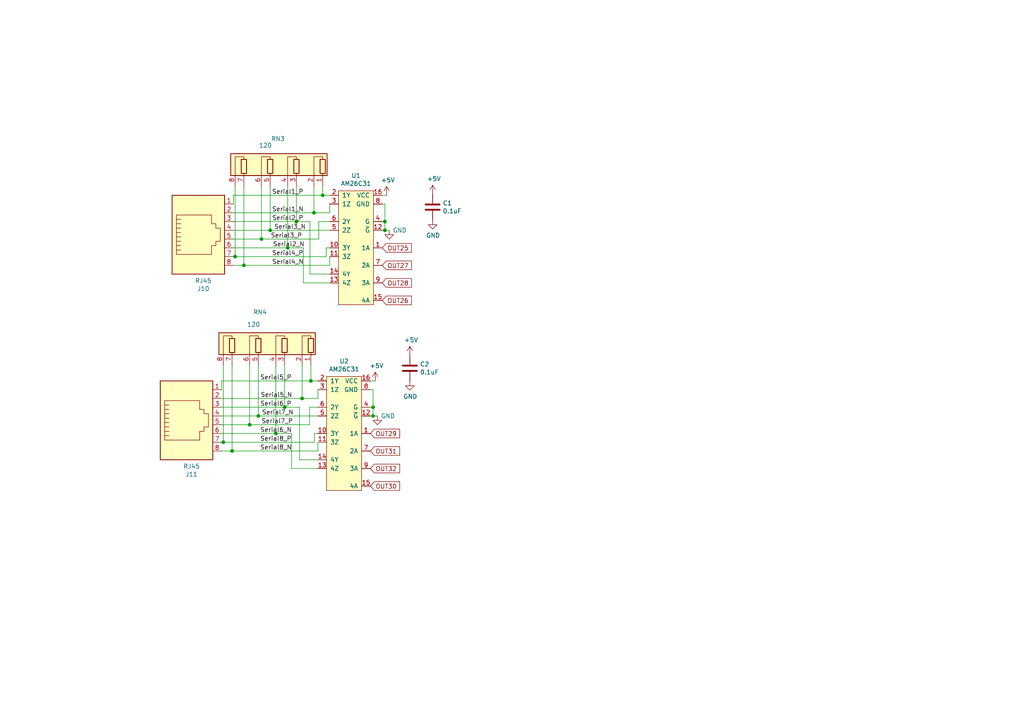
<source format=kicad_sch>
(kicad_sch (version 20211123) (generator eeschema)
  (paper "A4")
  (title_block (title "Multi Expansion") (date "2022-08-14") (rev "v3") (company "Scott Hanson"))
  (lib_symbols
    (symbol "Connector:RJ45" (pin_names (offset 1.016))
      (property "Reference" "J" (at -5.08 13.97 0))
      (property "Value" "RJ45" (at 2.54 13.97 0))
      (symbol "RJ45_0_1"
        (polyline (pts (xy -5.08 4.445) (xy -6.35 4.445)))
        (polyline (pts (xy -5.08 5.715) (xy -6.35 5.715)))
        (polyline (pts (xy -6.35 -3.175) (xy -5.08 -3.175) (xy -5.08 -3.175)))
        (polyline (pts (xy -6.35 -1.905) (xy -5.08 -1.905) (xy -5.08 -1.905)))
        (polyline (pts (xy -6.35 -0.635) (xy -5.08 -0.635) (xy -5.08 -0.635)))
        (polyline (pts (xy -6.35 0.635) (xy -5.08 0.635) (xy -5.08 0.635)))
        (polyline (pts (xy -6.35 1.905) (xy -5.08 1.905) (xy -5.08 1.905)))
        (polyline (pts (xy -5.08 3.175) (xy -6.35 3.175) (xy -6.35 3.175)))
        (polyline (pts (xy -6.35 -4.445) (xy -6.35 6.985) (xy 3.81 6.985) (xy 3.81 4.445) (xy 5.08 4.445) (xy 5.08 3.175) (xy 6.35 3.175) (xy 6.35 -0.635) (xy 5.08 -0.635) (xy 5.08 -1.905) (xy 3.81 -1.905) (xy 3.81 -4.445) (xy -6.35 -4.445) (xy -6.35 -4.445)))
        (rectangle (start 7.62 12.7) (end -7.62 -10.16) (stroke (width 0.254)) (fill (type background)))
      )
      (symbol "RJ45_1_1"
        (pin passive line (at 10.16 -7.62 180) (length 2.54) (name "~") (number "1"))
        (pin passive line (at 10.16 -5.08 180) (length 2.54) (name "~") (number "2"))
        (pin passive line (at 10.16 -2.54 180) (length 2.54) (name "~") (number "3"))
        (pin passive line (at 10.16 0 180) (length 2.54) (name "~") (number "4"))
        (pin passive line (at 10.16 2.54 180) (length 2.54) (name "~") (number "5"))
        (pin passive line (at 10.16 5.08 180) (length 2.54) (name "~") (number "6"))
        (pin passive line (at 10.16 7.62 180) (length 2.54) (name "~") (number "7"))
        (pin passive line (at 10.16 10.16 180) (length 2.54) (name "~") (number "8"))
      )
    )
    (symbol "Device:C" (pin_numbers hide) (pin_names (offset 0.254))
      (property "Reference" "C" (at 0.635 2.54 0))
      (property "Value" "C" (at 0.635 -2.54 0))
      (symbol "C_0_1"
        (polyline (pts (xy -2.032 -0.762) (xy 2.032 -0.762)) (stroke (width 0.508)))
        (polyline (pts (xy -2.032 0.762) (xy 2.032 0.762)) (stroke (width 0.508)))
      )
      (symbol "C_1_1"
        (pin passive line (at 0 3.81 270) (length 2.794) (name "~") (number "1"))
        (pin passive line (at 0 -3.81 90) (length 2.794) (name "~") (number "2"))
      )
    )
    (symbol "Device:R_Pack04_SIP" (pin_names (offset 0) hide)
      (property "Reference" "RN" (at -15.24 0 90))
      (property "Value" "R_Pack04_SIP" (at 15.24 0 90))
      (symbol "R_Pack04_SIP_0_1"
        (rectangle (start -13.97 -1.905) (end 13.97 4.445) (stroke (width 0.254)) (fill (type background)))
        (rectangle (start -13.462 2.794) (end -11.938 -1.27) (stroke (width 0.254)))
        (rectangle (start -5.842 2.794) (end -4.318 -1.27) (stroke (width 0.254)))
        (polyline (pts (xy -12.7 2.794) (xy -12.7 3.556) (xy -10.16 3.556) (xy -10.16 -1.27)))
        (polyline (pts (xy -5.08 2.794) (xy -5.08 3.556) (xy -2.54 3.556) (xy -2.54 -1.27)))
        (polyline (pts (xy 2.54 2.794) (xy 2.54 3.556) (xy 5.08 3.556) (xy 5.08 -1.27)))
        (polyline (pts (xy 10.16 2.794) (xy 10.16 3.556) (xy 12.7 3.556) (xy 12.7 -1.27)))
        (rectangle (start 1.778 2.794) (end 3.302 -1.27) (stroke (width 0.254)))
        (rectangle (start 9.398 2.794) (end 10.922 -1.27) (stroke (width 0.254)))
      )
      (symbol "R_Pack04_SIP_1_1"
        (pin passive line (at -12.7 -5.08 90) (length 3.81) (name "R1.1") (number "1"))
        (pin passive line (at -10.16 -5.08 90) (length 3.81) (name "R1.2") (number "2"))
        (pin passive line (at -5.08 -5.08 90) (length 3.81) (name "R2.1") (number "3"))
        (pin passive line (at -2.54 -5.08 90) (length 3.81) (name "R2.2") (number "4"))
        (pin passive line (at 2.54 -5.08 90) (length 3.81) (name "R3.1") (number "5"))
        (pin passive line (at 5.08 -5.08 90) (length 3.81) (name "R3.2") (number "6"))
        (pin passive line (at 10.16 -5.08 90) (length 3.81) (name "R4.1") (number "7"))
        (pin passive line (at 12.7 -5.08 90) (length 3.81) (name "R4.2") (number "8"))
      )
    )
    (symbol "Multi_Expansion-rescue:AM26C31-AM26C31" (pin_names (offset 1.016))
      (property "Reference" "IC" (at -5.08 17.78 0))
      (property "Value" "AM26C31-AM26C31" (at -5.08 -17.78 0))
      (symbol "AM26C31-AM26C31_0_0"
        (pin input line (at -7.62 0 0) (length 2.54) (name "1A") (number "1"))
        (pin output line (at 7.62 0 180) (length 2.54) (name "3Y") (number "10"))
        (pin output line (at 7.62 -2.54 180) (length 2.54) (name "3Z") (number "11"))
        (pin input line (at -7.62 5.08 0) (length 2.54) (name "~{G}") (number "12"))
        (pin output line (at 7.62 -10.16 180) (length 2.54) (name "4Z") (number "13"))
        (pin output line (at 7.62 -7.62 180) (length 2.54) (name "4Y") (number "14"))
        (pin input line (at -7.62 -15.24 0) (length 2.54) (name "4A") (number "15"))
        (pin power_in line (at -7.62 15.24 0) (length 2.54) (name "VCC") (number "16"))
        (pin output line (at 7.62 15.24 180) (length 2.54) (name "1Y") (number "2"))
        (pin output line (at 7.62 12.7 180) (length 2.54) (name "1Z") (number "3"))
        (pin input line (at -7.62 7.62 0) (length 2.54) (name "G") (number "4"))
        (pin output line (at 7.62 5.08 180) (length 2.54) (name "2Z") (number "5"))
        (pin output line (at 7.62 7.62 180) (length 2.54) (name "2Y") (number "6"))
        (pin input line (at -7.62 -5.08 0) (length 2.54) (name "2A") (number "7"))
        (pin power_in line (at -7.62 12.7 0) (length 2.54) (name "GND") (number "8"))
        (pin input line (at -7.62 -10.16 0) (length 2.54) (name "3A") (number "9"))
      )
      (symbol "AM26C31-AM26C31_0_1"
        (rectangle (start -5.08 16.51) (end 5.08 -16.51) (fill (type background)))
      )
    )
    (symbol "power:+5V" (power) (pin_names (offset 0))
      (property "Value" "+5V" (at 0 3.556 0))
      (symbol "+5V_0_1"
        (polyline (pts (xy -0.762 1.27) (xy 0 2.54)))
        (polyline (pts (xy 0 0) (xy 0 2.54)))
        (polyline (pts (xy 0 2.54) (xy 0.762 1.27)))
      )
      (symbol "+5V_1_1"
        (pin power_in line (at 0 0 90) (length 0) hide (name "+5V") (number "1"))
      )
    )
    (symbol "power:GND" (power) (pin_names (offset 0))
      (property "Value" "GND" (at 0 -3.81 0))
      (symbol "GND_0_1"
        (polyline (pts (xy 0 0) (xy 0 -1.27) (xy 1.27 -1.27) (xy 0 -2.54) (xy -1.27 -1.27) (xy 0 -1.27)))
      )
      (symbol "GND_1_1"
        (pin power_in line (at 0 0 270) (length 0) hide (name "GND") (number "1"))
      )
    )
  )
  (junction (at 67.31 130.81))
  (junction (at 93.599 56.642))
  (junction (at 108.204 120.65))
  (junction (at 83.439 71.882))
  (junction (at 64.77 128.27))
  (junction (at 70.739 76.962))
  (junction (at 85.979 64.262))
  (junction (at 82.55 118.11))
  (junction (at 78.359 66.802))
  (junction (at 111.633 66.802))
  (junction (at 74.93 120.65))
  (junction (at 75.819 69.342))
  (junction (at 91.059 61.722))
  (junction (at 111.633 64.262))
  (junction (at 87.63 115.57))
  (junction (at 90.17 110.49))
  (junction (at 68.199 74.422))
  (junction (at 72.39 123.19))
  (junction (at 108.204 118.11))
  (junction (at 80.01 125.73))
  (wire (pts (xy 67.691 74.422) (xy 68.199 74.422)))
  (wire (pts (xy 95.631 61.722) (xy 95.631 59.182)))
  (wire (pts (xy 91.186 125.73) (xy 92.202 125.73)))
  (wire (pts (xy 89.789 118.11) (xy 92.202 118.11)))
  (wire (pts (xy 107.442 113.03) (xy 108.204 113.03)))
  (wire (pts (xy 72.39 123.19) (xy 89.789 123.19)))
  (wire (pts (xy 64.262 115.57) (xy 87.63 115.57)))
  (wire (pts (xy 75.819 54.102) (xy 75.819 69.342)))
  (wire (pts (xy 89.916 79.502) (xy 95.631 79.502)))
  (wire (pts (xy 78.359 66.802) (xy 95.631 66.802)))
  (wire (pts (xy 64.262 123.19) (xy 72.39 123.19)))
  (wire (pts (xy 107.442 110.49) (xy 108.839 110.49)))
  (wire (pts (xy 67.691 71.882) (xy 83.439 71.882)))
  (wire (pts (xy 83.439 54.102) (xy 83.439 71.882)))
  (wire (pts (xy 67.691 64.262) (xy 85.979 64.262)))
  (wire (pts (xy 86.868 133.35) (xy 92.202 133.35)))
  (wire (pts (xy 78.359 54.102) (xy 78.359 66.802)))
  (wire (pts (xy 64.77 128.27) (xy 91.186 128.27)))
  (wire (pts (xy 64.262 118.11) (xy 82.55 118.11)))
  (wire (pts (xy 83.439 71.882) (xy 88.011 71.882)))
  (wire (pts (xy 91.059 61.722) (xy 95.631 61.722)))
  (wire (pts (xy 111.633 64.262) (xy 111.633 66.802)))
  (wire (pts (xy 80.01 106.045) (xy 80.01 125.73)))
  (wire (pts (xy 84.582 125.73) (xy 84.582 135.89)))
  (wire (pts (xy 67.31 130.81) (xy 64.262 130.81)))
  (wire (pts (xy 64.262 110.49) (xy 90.17 110.49)))
  (wire (pts (xy 75.819 69.342) (xy 67.691 69.342)))
  (wire (pts (xy 67.691 56.642) (xy 67.691 59.182)))
  (wire (pts (xy 89.916 64.262) (xy 89.916 79.502)))
  (wire (pts (xy 107.442 118.11) (xy 108.204 118.11)))
  (wire (pts (xy 108.204 118.11) (xy 108.204 120.65)))
  (wire (pts (xy 64.262 120.65) (xy 74.93 120.65)))
  (wire (pts (xy 112.903 66.802) (xy 111.633 66.802)))
  (wire (pts (xy 85.979 54.102) (xy 85.979 64.262)))
  (wire (pts (xy 90.17 106.045) (xy 90.17 110.49)))
  (wire (pts (xy 84.582 135.89) (xy 92.202 135.89)))
  (wire (pts (xy 82.55 106.045) (xy 82.55 118.11)))
  (wire (pts (xy 109.474 120.65) (xy 108.204 120.65)))
  (wire (pts (xy 64.262 110.49) (xy 64.262 113.03)))
  (wire (pts (xy 94.615 71.882) (xy 95.631 71.882)))
  (wire (pts (xy 108.204 120.65) (xy 107.442 120.65)))
  (wire (pts (xy 72.39 106.045) (xy 72.39 123.19)))
  (wire (pts (xy 74.93 106.045) (xy 74.93 120.65)))
  (wire (pts (xy 80.01 125.73) (xy 84.582 125.73)))
  (wire (pts (xy 110.871 64.262) (xy 111.633 64.262)))
  (wire (pts (xy 89.789 123.19) (xy 89.789 118.11)))
  (wire (pts (xy 92.202 110.49) (xy 90.17 110.49)))
  (wire (pts (xy 68.199 54.102) (xy 68.199 74.422)))
  (wire (pts (xy 70.739 76.962) (xy 67.691 76.962)))
  (wire (pts (xy 92.202 130.81) (xy 67.31 130.81)))
  (wire (pts (xy 92.202 115.57) (xy 92.202 113.03)))
  (wire (pts (xy 85.979 64.262) (xy 89.916 64.262)))
  (wire (pts (xy 87.63 115.57) (xy 92.202 115.57)))
  (wire (pts (xy 86.868 118.11) (xy 86.868 133.35)))
  (wire (pts (xy 95.631 56.642) (xy 93.599 56.642)))
  (wire (pts (xy 88.011 82.042) (xy 95.631 82.042)))
  (wire (pts (xy 64.77 106.045) (xy 64.77 128.27)))
  (wire (pts (xy 68.199 74.422) (xy 94.615 74.422)))
  (wire (pts (xy 74.93 120.65) (xy 92.202 120.65)))
  (wire (pts (xy 91.186 128.27) (xy 91.186 125.73)))
  (wire (pts (xy 67.691 66.802) (xy 78.359 66.802)))
  (wire (pts (xy 108.204 113.03) (xy 108.204 118.11)))
  (wire (pts (xy 110.871 59.182) (xy 111.633 59.182)))
  (wire (pts (xy 92.456 64.262) (xy 92.456 69.342)))
  (wire (pts (xy 87.63 106.045) (xy 87.63 115.57)))
  (wire (pts (xy 94.615 74.422) (xy 94.615 71.882)))
  (wire (pts (xy 67.691 61.722) (xy 91.059 61.722)))
  (wire (pts (xy 92.202 128.27) (xy 92.202 130.81)))
  (wire (pts (xy 111.633 59.182) (xy 111.633 64.262)))
  (wire (pts (xy 111.633 66.802) (xy 110.871 66.802)))
  (wire (pts (xy 93.599 54.102) (xy 93.599 56.642)))
  (wire (pts (xy 88.011 71.882) (xy 88.011 82.042)))
  (wire (pts (xy 95.631 74.422) (xy 95.631 76.962)))
  (wire (pts (xy 95.631 76.962) (xy 70.739 76.962)))
  (wire (pts (xy 64.262 128.27) (xy 64.77 128.27)))
  (wire (pts (xy 82.55 118.11) (xy 86.868 118.11)))
  (wire (pts (xy 64.262 125.73) (xy 80.01 125.73)))
  (wire (pts (xy 95.631 64.262) (xy 92.456 64.262)))
  (wire (pts (xy 67.31 106.045) (xy 67.31 130.81)))
  (wire (pts (xy 70.739 54.102) (xy 70.739 76.962)))
  (wire (pts (xy 110.871 56.642) (xy 112.141 56.642)))
  (wire (pts (xy 91.059 54.102) (xy 91.059 61.722)))
  (wire (pts (xy 67.691 56.642) (xy 93.599 56.642)))
  (wire (pts (xy 92.456 69.342) (xy 75.819 69.342)))
  (label "Serial6_P" (at 75.438 118.11 0))
  (label "Serial5_N" (at 75.565 115.57 0))
  (label "Serial2_N" (at 79.121 71.882 0))
  (label "Serial2_P" (at 78.867 64.262 0))
  (label "Serial1_N" (at 78.867 61.722 0))
  (label "Serial5_P" (at 75.438 110.49 0))
  (label "Serial8_P" (at 75.438 128.27 0))
  (label "Serial3_N" (at 79.502 66.802 0))
  (label "Serial1_P" (at 78.867 56.642 0))
  (label "Serial3_P" (at 78.486 69.342 0))
  (label "Serial6_N" (at 75.438 125.73 0))
  (label "Serial4_N" (at 78.867 76.962 0))
  (label "Serial7_N" (at 75.946 120.65 0))
  (label "Serial7_P" (at 75.819 123.19 0))
  (label "Serial8_N" (at 75.438 130.81 0))
  (label "Serial4_P" (at 78.867 74.422 0))
  (global_label "OUT30" (shape input) (at 107.442 140.97 0) (property "Intersheet References" "${INTERSHEET_REFS}" (effects hide)))
  (global_label "OUT31" (shape input) (at 107.442 130.81 0) (property "Intersheet References" "${INTERSHEET_REFS}" (effects hide)))
  (global_label "OUT32" (shape input) (at 107.442 135.89 0) (property "Intersheet References" "${INTERSHEET_REFS}" (effects hide)))
  (global_label "OUT25" (shape input) (at 110.871 71.882 0) (property "Intersheet References" "${INTERSHEET_REFS}" (effects hide)))
  (global_label "OUT28" (shape input) (at 110.871 82.042 0) (property "Intersheet References" "${INTERSHEET_REFS}" (effects hide)))
  (global_label "OUT26" (shape input) (at 110.871 87.122 0) (property "Intersheet References" "${INTERSHEET_REFS}" (effects hide)))
  (global_label "OUT27" (shape input) (at 110.871 76.962 0) (property "Intersheet References" "${INTERSHEET_REFS}" (effects hide)))
  (global_label "OUT29" (shape input) (at 107.442 125.73 0) (property "Intersheet References" "${INTERSHEET_REFS}" (effects hide)))
  (symbol (lib_id "Device:C") (at 125.476 60.071 0) (unit 1)
    (property "Reference" "C1" (at 128.397 58.9026 0) (effects (justify left)))
    (property "Value" "0.1uF" (at 128.397 61.214 0) (effects (justify left)))
    (property "Footprint" "Capacitor_THT:C_Rect_L7.0mm_W2.0mm_P5.00mm" (effects hide))
    (property "Digi-Key_PN" "478-7336-1-ND" (effects hide))
    (property "MPN" "SR215C104KARTR1" (effects hide))
  )
  (symbol (lib_id "Connector:RJ45") (at 57.531 66.802 0) (mirror x) (unit 1)
    (property "Reference" "J10" (at 58.9788 83.7438 0))
    (property "Value" "RJ45" (at 58.9788 81.4324 0))
    (property "Footprint" "Scotts:RJ45_Amphenol_54602-x08_Horizontal" (effects hide))
    (property "Digi-Key_PN" "AE10392-ND" (effects hide))
  )
  (symbol (lib_id "power:+5V") (at 125.476 56.261 0) (unit 1)
    (property "Reference" "#PWR05" (effects hide))
    (property "Value" "+5V" (at 125.857 51.8668 0))
  )
  (symbol (lib_id "power:GND") (at 125.476 63.881 0) (unit 1)
    (property "Reference" "#PWR06" (effects hide))
    (property "Value" "GND" (at 125.603 68.2752 0))
  )
  (symbol (lib_id "Multi_Expansion-rescue:AM26C31-AM26C31") (at 103.251 71.882 0) (mirror y) (unit 1)
    (property "Reference" "U1" (at 103.251 50.927 0))
    (property "Value" "AM26C31" (at 103.251 53.2384 0))
    (property "Footprint" "Package_DIP:DIP-16_W7.62mm" (effects hide))
    (property "Datasheet" "http://www.ti.com.cn/cn/lit/ds/symlink/am26c31.pdf" (effects hide))
    (property "Farnell" "4975637" (effects hide))
    (property "Digi-Key_PN" "296-6785-5-ND" (effects hide))
  )
  (symbol (lib_id "power:+5V") (at 112.141 56.642 0) (unit 1)
    (property "Reference" "#PWR01" (effects hide))
    (property "Value" "+5V" (at 112.522 52.2478 0))
  )
  (symbol (lib_id "power:GND") (at 112.903 66.802 0) (unit 1)
    (property "Reference" "#PWR02" (effects hide))
    (property "Value" "GND" (at 115.951 66.802 0))
  )
  (symbol (lib_id "Device:R_Pack04_SIP") (at 80.899 49.022 0) (mirror y) (unit 1)
    (property "Reference" "RN3" (at 78.613 40.259 0) (effects (justify right)))
    (property "Value" "120" (at 75.057 42.164 0) (effects (justify right)))
    (property "Footprint" "Resistor_THT:R_Array_SIP8" (effects hide))
    (property "Datasheet" "http://www.vishay.com/docs/31509/csc.pdf" (effects hide))
    (property "Digi-Key_PN" "4608X-2-121LF-ND" (effects hide))
  )
  (symbol (lib_id "Connector:RJ45") (at 54.102 120.65 0) (mirror x) (unit 1)
    (property "Reference" "J11" (at 55.5498 137.5918 0))
    (property "Value" "RJ45" (at 55.5498 135.2804 0))
    (property "Footprint" "Scotts:RJ45_Amphenol_54602-x08_Horizontal" (effects hide))
    (property "Digi-Key_PN" "AE10392-ND" (effects hide))
  )
  (symbol (lib_id "Multi_Expansion-rescue:AM26C31-AM26C31") (at 99.822 125.73 0) (mirror y) (unit 1)
    (property "Reference" "U2" (at 99.822 104.775 0))
    (property "Value" "AM26C31" (at 99.822 107.0864 0))
    (property "Footprint" "Package_DIP:DIP-16_W7.62mm" (effects hide))
    (property "Datasheet" "http://www.ti.com.cn/cn/lit/ds/symlink/am26c31.pdf" (effects hide))
    (property "Farnell" "4975637" (effects hide))
    (property "Digi-Key_PN" "296-6785-5-ND" (effects hide))
  )
  (symbol (lib_id "power:+5V") (at 108.839 110.49 0) (unit 1)
    (property "Reference" "#PWR03" (effects hide))
    (property "Value" "+5V" (at 109.22 106.0958 0))
  )
  (symbol (lib_id "power:GND") (at 109.474 120.65 0) (unit 1)
    (property "Reference" "#PWR04" (effects hide))
    (property "Value" "GND" (at 112.522 120.65 0))
  )
  (symbol (lib_id "Device:R_Pack04_SIP") (at 77.47 100.965 0) (mirror y) (unit 1)
    (property "Reference" "RN4" (at 73.406 90.551 0) (effects (justify right)))
    (property "Value" "120" (at 71.628 94.107 0) (effects (justify right)))
    (property "Footprint" "Resistor_THT:R_Array_SIP8" (effects hide))
    (property "Datasheet" "http://www.vishay.com/docs/31509/csc.pdf" (effects hide))
    (property "Digi-Key_PN" "4608X-2-121LF-ND" (effects hide))
  )
  (symbol (lib_id "Device:C") (at 118.872 106.807 0) (unit 1)
    (property "Reference" "C2" (at 121.793 105.6386 0) (effects (justify left)))
    (property "Value" "0.1uF" (at 121.793 107.95 0) (effects (justify left)))
    (property "Footprint" "Capacitor_THT:C_Rect_L7.0mm_W2.0mm_P5.00mm" (effects hide))
    (property "Digi-Key_PN" "478-7336-1-ND" (effects hide))
    (property "MPN" "SR215C104KARTR1" (effects hide))
  )
  (symbol (lib_id "power:+5V") (at 118.872 102.997 0) (unit 1)
    (property "Reference" "#PWR07" (effects hide))
    (property "Value" "+5V" (at 119.253 98.6028 0))
  )
  (symbol (lib_id "power:GND") (at 118.872 110.617 0) (unit 1)
    (property "Reference" "#PWR020" (effects hide))
    (property "Value" "GND" (at 118.999 115.0112 0))
  )
)
</source>
